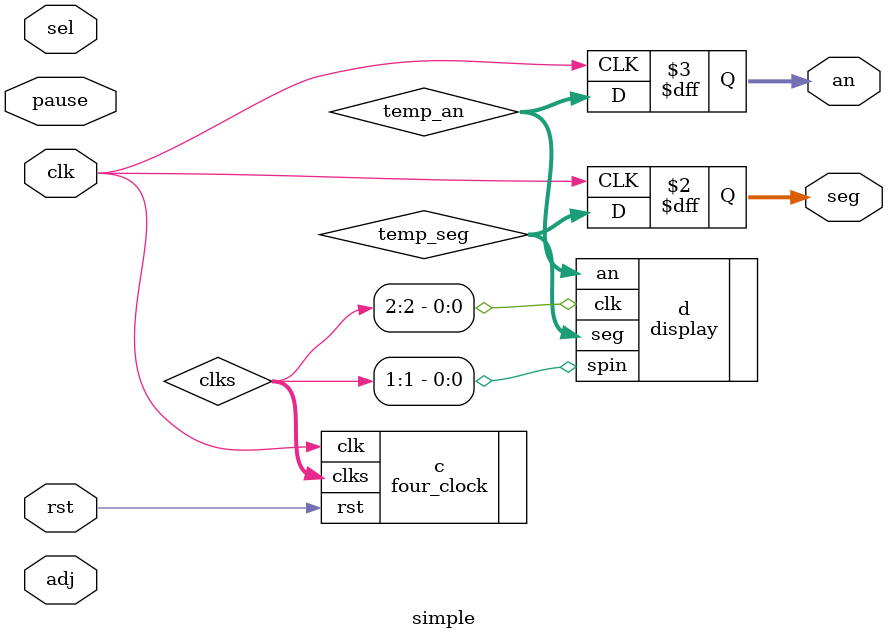
<source format=v>
`timescale 1ns / 1ps

module simple (
    input wire clk,  // assume 100mhz 
    input wire rst, 
    input wire pause, 
    input wire sel,
    input wire adj, 
    output reg [6:0] seg, // segments 
    output reg [3:0] an // anodes 
); 
    
    wire [6:0] temp_seg; 
    wire [3:0] temp_an; 
    wire [3:0] clks; 
    
    four_clock c(.clk(clk), .rst(rst), .clks(clks));
    
    
    display d (.clk(clks[2]),  // 
               .spin(clks[1]), 
               .seg(temp_seg),
               .an(temp_an));
          
    always @(posedge clk) begin
        seg <= temp_seg; 
        an <= temp_an;
    end

endmodule

</source>
